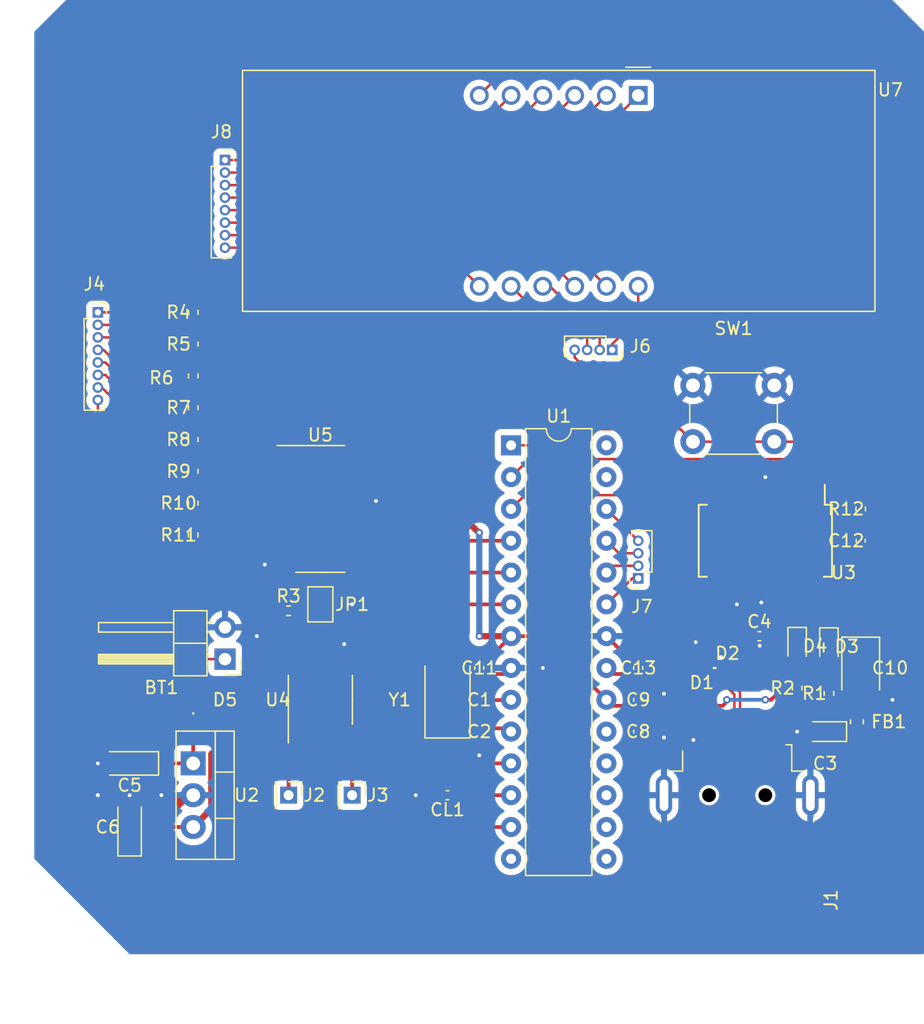
<source format=kicad_pcb>
(kicad_pcb (version 20221018) (generator pcbnew)
  (layers (0 "F.Cu" signal) (31 "B.Cu" power) (34 "B.Paste" user) (35 "F.Paste" user) (36 "B.SilkS" user "B.Silkscreen") (37 "F.SilkS" user "F.Silkscreen") (38 "B.Mask" user) (39 "F.Mask" user) (44 "Edge.Cuts" user))
  (net 0 "")
  (net 1 "Net-(BT1-+)")
  (net 2 "GND")
  (net 3 "Net-(U1-XTAL1{slash}PB6)")
  (net 4 "/XTAL2")
  (net 5 "Net-(J1-VBUS)")
  (net 6 "Net-(U3-3V3OUT)")
  (net 7 "Net-(D5-K)")
  (net 8 "+5V")
  (net 9 "DTR")
  (net 10 "/RST")
  (net 11 "Net-(U1-AREF)")
  (net 12 "VIOUT")
  (net 13 "Net-(D3-K)")
  (net 14 "Net-(D3-A)")
  (net 15 "Net-(D4-K)")
  (net 16 "Net-(D4-A)")
  (net 17 "Net-(J2-Pin_1)")
  (net 18 "Net-(J3-Pin_1)")
  (net 19 "BW_SEL")
  (net 20 "Net-(J4-Pin_1)")
  (net 21 "Net-(U5-QA)")
  (net 22 "Net-(J4-Pin_2)")
  (net 23 "Net-(U5-QB)")
  (net 24 "Net-(J4-Pin_3)")
  (net 25 "Net-(U5-QC)")
  (net 26 "Net-(J4-Pin_4)")
  (net 27 "Net-(U5-QD)")
  (net 28 "Net-(J4-Pin_5)")
  (net 29 "Net-(U5-QE)")
  (net 30 "Net-(J4-Pin_6)")
  (net 31 "Net-(U5-QF)")
  (net 32 "Net-(J4-Pin_7)")
  (net 33 "Net-(U5-QG)")
  (net 34 "Net-(J4-Pin_8)")
  (net 35 "Net-(U5-QH)")
  (net 36 "TX")
  (net 37 "RX")
  (net 38 "/SER")
  (net 39 "/SRCLK")
  (net 40 "/RCLK")
  (net 55 "/USB_P")
  (net 56 "/USB_N")
  (net 57 "Net-(J6-Pin_1)")
  (net 58 "Net-(J6-Pin_2)")
  (net 59 "Net-(J6-Pin_3)")
  (net 60 "Net-(J6-Pin_4)")
  (net 61 "Net-(J7-Pin_1)")
  (net 62 "Net-(J7-Pin_2)")
  (net 63 "Net-(J7-Pin_3)")
  (net 64 "Net-(J7-Pin_4)")
  (net 71 "Net-(J8-Pin_1)")
  (net 72 "Net-(U7-c)")
  (net 73 "Net-(J8-Pin_3)")
  (net 74 "Net-(U7-d)")
  (net 75 "Net-(J8-Pin_5)")
  (net 76 "Net-(J8-Pin_6)")
  (net 77 "Net-(J8-Pin_7)")
  (net 78 "Net-(J8-Pin_8)")
  (footprint "Crystal:Crystal_SMD_5032-2Pin_5.0x3.2mm" (layer "F.Cu") (at 134.62 111.76 90)
    (fp_text reference "Y1")
    (fp_text value "16MHz")
  )
  (footprint "Resistor_SMD:R_0402_1005Metric" (layer "F.Cu") (at 121.92 104.65)
    (fp_text reference "R3")
    (fp_text value "4.7k")
  )
  (footprint "Display_7Segment:CA56-12CGKWA" (layer "F.Cu") (at 149.86 63.5 -90)
    (fp_text reference "U7")
    (fp_text value "CA56-12CGKWA")
  )
  (footprint "Capacitor_SMD:C_0201_0603Metric" (layer "F.Cu") (at 137.16 112.105 90)
    (fp_text reference "C1")
    (fp_text value "22pF")
  )
  (footprint "Resistor_SMD:R_0402_1005Metric" (layer "F.Cu") (at 114.3 88.44 90)
    (fp_text reference "R7")
    (fp_text value "560")
  )
  (footprint "Capacitor_Tantalum_SMD:CP_EIA-3216-10_Kemet-I" (layer "F.Cu") (at 109.22 121.92 90)
    (fp_text reference "C6")
    (fp_text value "100nF")
  )
  (footprint "Diode_SMD:D_0402_1005Metric" (layer "F.Cu") (at 156.995 109.22)
    (fp_text reference "D2")
    (fp_text value "~")
  )
  (footprint "Capacitor_SMD:C_0402_1005Metric" (layer "F.Cu") (at 149.86 111.76 90)
    (fp_text reference "C9")
    (fp_text value "100nF")
  )
  (footprint "Package_DIP:DIP-28_W7.62mm" (layer "F.Cu") (at 139.7 91.44)
    (fp_text reference "U1")
    (fp_text value "ATmega328-P")
  )
  (footprint "Package_SO:SOIC-8_3.9x4.9mm_P1.27mm" (layer "F.Cu") (at 124.46 111.76 90)
    (fp_text reference "U4")
    (fp_text value "ACS723xLCTR-10AU")
  )
  (footprint "Capacitor_Tantalum_SMD:CP_EIA-3216-12_Kemet-S" (layer "F.Cu") (at 109.22 116.84 180)
    (fp_text reference "C5")
    (fp_text value "330nF")
  )
  (footprint "Connector_PinSocket_1.00mm:PinSocket_1x08_P1.00mm_Vertical" (layer "F.Cu") (at 106.68 80.82)
    (fp_text reference "J4")
    (fp_text value "Conn_01x08_Socket")
  )
  (footprint "Capacitor_Tantalum_SMD:CP_EIA-3528-12_Kemet-T" (layer "F.Cu") (at 167.64 109.22 -90)
    (fp_text reference "C10")
    (fp_text value "4.7uF")
  )
  (footprint "Capacitor_SMD:C_0402_1005Metric" (layer "F.Cu") (at 149.86 109.22 90)
    (fp_text reference "C13")
    (fp_text value "100nF")
  )
  (footprint "Capacitor_SMD:C_0402_1005Metric" (layer "F.Cu") (at 137.16 109.22 -90)
    (fp_text reference "C11")
    (fp_text value "100nF")
  )
  (footprint "LED_SMD:LED_0603_1608Metric" (layer "F.Cu") (at 162.56 107.4675 -90)
    (fp_text reference "D4")
    (fp_text value "LED")
  )
  (footprint "Resistor_SMD:R_0402_1005Metric" (layer "F.Cu") (at 167.64 96.52 90)
    (fp_text reference "R12")
    (fp_text value "10k")
  )
  (footprint "Diode_SMD:D_0402_1005Metric" (layer "F.Cu") (at 114.3 111.76 90)
    (fp_text reference "D5")
    (fp_text value "D")
  )
  (footprint "Resistor_SMD:R_0402_1005Metric" (layer "F.Cu") (at 114.3 93.52 90)
    (fp_text reference "R9")
    (fp_text value "560")
  )
  (footprint "Connector_PinSocket_1.00mm:PinSocket_1x04_P1.00mm_Vertical" (layer "F.Cu") (at 147.78 83.82 -90)
    (fp_text reference "J6")
    (fp_text value "Conn_01x04_Socket")
  )
  (footprint "Diode_SMD:D_0402_1005Metric" (layer "F.Cu") (at 154.94 109.22 180)
    (fp_text reference "D1")
    (fp_text value "~")
  )
  (footprint "Capacitor_SMD:C_0402_1005Metric" (layer "F.Cu") (at 149.86 114.3 -90)
    (fp_text reference "C8")
    (fp_text value "100nF")
  )
  (footprint "Package_SO:SOIC-16_3.9x9.9mm_P1.27mm" (layer "F.Cu") (at 124.46 96.52)
    (fp_text reference "U5")
    (fp_text value "74HC595")
  )
  (footprint "Connector_USB:USB_A_Molex_48037-2200_Horizontal" (layer "F.Cu") (at 157.77 127.755 -90)
    (fp_text reference "J1")
    (fp_text value "USB_A")
  )
  (footprint "Resistor_SMD:R_0402_1005Metric" (layer "F.Cu") (at 114.3 96.06 90)
    (fp_text reference "R10")
    (fp_text value "560")
  )
  (footprint "Resistor_SMD:R_0402_1005Metric" (layer "F.Cu") (at 114.3 98.6 90)
    (fp_text reference "R11")
    (fp_text value "560")
  )
  (footprint "Connector_PinHeader_2.00mm:PinHeader_1x01_P2.00mm_Vertical" (layer "F.Cu") (at 127 119.38 -90)
    (fp_text reference "J3")
    (fp_text value "Conn_01x01_Pin")
  )
  (footprint "Resistor_SMD:R_0402_1005Metric" (layer "F.Cu") (at 114.3 90.98 90)
    (fp_text reference "R8")
    (fp_text value "560")
  )
  (footprint "Capacitor_Tantalum_SMD:CP_EIA-2012-12_Kemet-R" (layer "F.Cu") (at 164.8 114.3 180)
    (fp_text reference "C3")
    (fp_text value "10nF")
  )
  (footprint "Jumper:SolderJumper-2_P1.3mm_Bridged2Bar_Pad1.0x1.5mm" (layer "F.Cu") (at 124.46 104.14 -90)
    (fp_text reference "JP1")
    (fp_text value "Jumper_2_Open")
  )
  (footprint "Capacitor_SMD:C_0201_0603Metric" (layer "F.Cu") (at 137.16 114.3 90)
    (fp_text reference "C2")
    (fp_text value "22pF")
  )
  (footprint "Connector_PinSocket_1.00mm:PinSocket_1x08_P1.00mm_Vertical" (layer "F.Cu") (at 116.84 68.66)
    (fp_text reference "J8")
    (fp_text value "Conn_01x08_Socket")
  )
  (footprint "Capacitor_SMD:C_0402_1005Metric" (layer "F.Cu") (at 167.64 99.06 90)
    (fp_text reference "C12")
    (fp_text value "100nF")
  )
  (footprint "Connector_PinSocket_1.00mm:PinSocket_1x04_P1.00mm_Vertical" (layer "F.Cu") (at 149.86 102.06 180)
    (fp_text reference "J7")
    (fp_text value "Conn_01x04_Socket")
  )
  (footprint "Connector_PinHeader_2.00mm:PinHeader_1x01_P2.00mm_Vertical" (layer "F.Cu") (at 121.92 119.38 -90)
    (fp_text reference "J2")
    (fp_text value "Conn_01x01_Pin")
  )
  (footprint "Package_SO:SSOP-28_5.3x10.2mm_P0.65mm" (layer "F.Cu") (at 160.02 99.06 -90)
    (fp_text reference "U3")
    (fp_text value "FT232RL")
  )
  (footprint "Resistor_SMD:R_0402_1005Metric" (layer "F.Cu") (at 114.3 85.9 90)
    (fp_text reference "R6")
    (fp_text value "560")
  )
  (footprint "LED_SMD:LED_0603_1608Metric" (layer "F.Cu") (at 165.1 107.4975 -90)
    (fp_text reference "D3")
    (fp_text value "LED")
  )
  (footprint "Button_Switch_THT:SW_PUSH_6mm" (layer "F.Cu") (at 154.23 86.65)
    (fp_text reference "SW1")
    (fp_text value "Reset")
  )
  (footprint "Inductor_SMD:L_0603_1608Metric" (layer "F.Cu") (at 167.34 113.5125 90)
    (fp_text reference "FB1")
    (fp_text value "FerriteBead")
  )
  (footprint "Resistor_SMD:R_0402_1005Metric" (layer "F.Cu") (at 114.3 83.36 90)
    (fp_text reference "R5")
    (fp_text value "560")
  )
  (footprint "Connector_PinHeader_2.54mm:PinHeader_1x02_P2.54mm_Horizontal" (layer "F.Cu") (at 116.84 108.515 180)
    (fp_text reference "BT1")
    (fp_text value "9V")
  )
  (footprint "Resistor_SMD:R_0402_1005Metric" (layer "F.Cu") (at 162.56 110.825 90)
    (fp_text reference "R2")
    (fp_text value "470")
  )
  (footprint "Capacitor_SMD:C_0402_1005Metric" (layer "F.Cu") (at 159.54 106.68)
    (fp_text reference "C4")
    (fp_text value "100nF")
  )
  (footprint "Capacitor_SMD:C_0402_1005Metric" (layer "F.Cu") (at 134.62 119.38 180)
    (fp_text reference "CL1")
    (fp_text value "1nF")
  )
  (footprint "Package_TO_SOT_THT:TO-220-3_Vertical" (layer "F.Cu") (at 114.3 116.84 -90)
    (fp_text reference "U2")
    (fp_text value "LM7805_TO220")
  )
  (footprint "Resistor_SMD:R_0402_1005Metric" (layer "F.Cu") (at 114.3 80.82 90)
    (fp_text reference "R4")
    (fp_text value "560")
  )
  (footprint "Resistor_SMD:R_0402_1005Metric" (layer "F.Cu") (at 165.1 111.25 90)
    (fp_text reference "R1")
    (fp_text value "470")
  )
  (segment (start 115.005 108.515) (end 116.84 108.515) (width 0.2) (layer "F.Cu") (net 1))
  (segment (start 114.3 111.275) (end 114.3 109.22) (width 0.2) (layer "F.Cu") (net 1))
  (segment (start 114.3 109.22) (end 115.005 108.515) (width 0.2) (layer "F.Cu") (net 1))
  (segment (start 157.745 103.99) (end 157.595 104.14) (width 0.3) (layer "F.Cu") (net 2))
  (segment (start 149.86 114.78) (end 151.92 114.78) (width 0.5) (layer "F.Cu") (net 2))
  (segment (start 160.345 95.46) (end 160.345 94.305) (width 0.3) (layer "F.Cu") (net 2))
  (segment (start 139.7 109.22) (end 142.24 109.22) (width 0.3) (layer "F.Cu") (net 2))
  (segment (start 157.745 102.66) (end 157.745 103.99) (width 0.3) (layer "F.Cu") (net 2))
  (segment (start 137.16 112.425) (end 137.16 113.343604) (width 0.2) (layer "F.Cu") (net 2))
  (segment (start 116.84 105.975) (end 118.675 105.975) (width 0.5) (layer "F.Cu") (net 2))
  (segment (start 156.474501 108.357183) (end 156.484753 108.346931) (width 0.5) (layer "F.Cu") (net 2))
  (segment (start 159.695 102.66) (end 159.695 103.99) (width 0.3) (layer "F.Cu") (net 2))
  (segment (start 149.38 108.74) (end 149.86 108.74) (width 0.3) (layer "F.Cu") (net 2))
  (segment (start 157.48 108.900001) (end 156.937182 108.357183) (width 0.5) (layer "F.Cu") (net 2))
  (segment (start 157.595 104.14) (end 157.7445 104.14) (width 0.3) (layer "F.Cu") (net 2))
  (segment (start 154.455 107.1) (end 154.455 107.165) (width 0.5) (layer "F.Cu") (net 2))
  (segment (start 137.16 114.62) (end 137.16 116.203604) (width 0.2) (layer "F.Cu") (net 2))
  (segment (start 160.02 106.989999) (end 159.569999 107.44) (width 0.5) (layer "F.Cu") (net 2))
  (segment (start 163.9125 114.3) (end 162.56 114.3) (width 0.5) (layer "F.Cu") (net 2))
  (segment (start 137.16 116.203604) (end 137.16 116.1905) (width 0.2) (layer "F.Cu") (net 2))
  (segment (start 121.985 100.965) (end 120.015 100.965) (width 0.5) (layer "F.Cu") (net 2))
  (segment (start 126.935 95.885) (end 128.905 95.885) (width 0.5) (layer "F.Cu") (net 2))
  (segment (start 154.455 109.22) (end 154.455 107.165) (width 0.5) (layer "F.Cu") (net 2))
  (segment (start 169.1775 110.7575) (end 170.18 111.76) (width 0.5) (layer "F.Cu") (net 2))
  (segment (start 160.345 94.305) (end 160.02 93.98) (width 0.3) (layer "F.Cu") (net 2))
  (segment (start 139.22 109.7) (end 137.16 109.7) (width 0.3) (layer "F.Cu") (net 2))
  (segment (start 126.35 103.49) (end 127 104.14) (width 0.5) (layer "F.Cu") (net 2))
  (segment (start 157.48 109.22) (end 157.48 108.900001) (width 0.5) (layer "F.Cu") (net 2))
  (segment (start 154.27 116.78) (end 154.27 114.97) (width 0.5) (layer "F.Cu") (net 2))
  (segment (start 139.7 109.22) (end 139.22 109.7) (width 0.3) (layer "F.Cu") (net 2))
  (segment (start 124.46 103.49) (end 126.35 103.49) (width 0.5) (layer "F.Cu") (net 2))
  (segment (start 147.32 106.68) (end 149.38 108.74) (width 0.3) (layer "F.Cu") (net 2))
  (segment (start 167.64 110.7575) (end 169.1775 110.7575) (width 0.5) (layer "F.Cu") (net 2))
  (segment (start 149.86 111.28) (end 151.92 111.28) (width 0.5) (layer "F.Cu") (net 2))
  (segment (start 118.675 105.975) (end 119.38 106.68) (width 0.5) (layer "F.Cu") (net 2))
  (segment (start 134.14 119.38) (end 132.08 119.38) (width 0.5) (layer "F.Cu") (net 2))
  (segment (start 126.365 109.285) (end 126.365 107.315) (width 0.5) (layer "F.Cu") (net 2))
  (segment (start 160.02 106.68) (end 160.02 106.989999) (width 0.5) (layer "F.Cu") (net 2))
  (segment (start 156.937182 108.357183) (end 156.474501 108.357183) (width 0.5) (layer "F.Cu") (net 2))
  (via (at 159.569999 107.44) (size 0.6) (drill 0.3) (layers "F.Cu" "B.Cu") (net 2))
  (via (at 106.68 116.84) (size 0.6) (drill 0.3) (layers "F.Cu" "B.Cu") (net 2))
  (via (at 127 104.14) (size 0.6) (drill 0.3) (layers "F.Cu" "B.Cu") (net 2))
  (via (at 151.92 114.78) (size 0.6) (drill 0.3) (layers "F.Cu" "B.Cu") (net 2))
  (via (at 126.365 107.315) (size 0.6) (drill 0.3) (layers "F.Cu" "B.Cu") (net 2))
  (via (at 119.38 106.68) (size 0.6) (drill 0.3) (layers "F.Cu" "B.Cu") (net 2))
  (via (at 154.455 107.165) (size 0.6) (drill 0.3) (layers "F.Cu" "B.Cu") (net 2))
  (via (at 106.68 119.38) (size 0.6) (drill 0.3) (layers "F.Cu" "B.Cu") (net 2))
  (via (at 157.7445 104.14) (size 0.6) (drill 0.3) (layers "F.Cu" "B.Cu") (net 2))
  (via (at 170.18 111.76) (size 0.6) (drill 0.3) (layers "F.Cu" "B.Cu") (net 2))
  (via (at 154.27 114.97) (size 0.6) (drill 0.3) (layers "F.Cu" "B.Cu") (net 2))
  (via (at 162.56 114.3) (size 0.6) (drill 0.3) (layers "F.Cu" "B.Cu") (net 2))
  (via (at 132.08 119.38) (size 0.6) (drill 0.3) (layers "F.Cu" "B.Cu") (net 2))
  (via (at 106.68 119.38) (size 0.6) (drill 0.3) (layers "F.Cu" "B.Cu") (net 2))
  (via (at 151.92 111.28) (size 0.6) (drill 0.3) (layers "F.Cu" "B.Cu") (net 2))
  (via (at 109.22 119.38) (size 0.6) (drill 0.3) (layers "F.Cu" "B.Cu") (net 2))
  (via (at 106.68 119.38) (size 0.6) (drill 0.3) (layers "F.Cu" "B.Cu") (net 2))
  (via (at 137.16 116.1905) (size 0.6) (drill 0.3) (layers "F.Cu" "B.Cu") (net 2))
  (via (at 160.02 93.98) (size 0.6) (drill 0.3) (layers "F.Cu" "B.Cu") (net 2))
  (via (at 120.015 100.965) (size 0.6) (drill 0.3) (layers "F.Cu" "B.Cu") (net 2))
  (via (at 111.76 119.38) (size 0.6) (drill 0.3) (layers "F.Cu" "B.Cu") (net 2))
  (via (at 159.695 103.99) (size 0.6) (drill 0.3) (layers "F.Cu" "B.Cu") (net 2))
  (via (at 142.24 109.22) (size 0.6) (drill 0.3) (layers "F.Cu" "B.Cu") (net 2))
  (via (at 156.484753 108.346931) (size 0.6) (drill 0.3) (layers "F.Cu" "B.Cu") (net 2))
  (via (at 106.68 119.38) (size 0.6) (drill 0.3) (layers "F.Cu" "B.Cu") (net 2))
  (via (at 128.905 95.885) (size 0.6) (drill 0.3) (layers "F.Cu" "B.Cu") (net 2))
  (segment (start 136.495 111.785) (end 137.16 111.785) (width 0.3) (layer "F.Cu") (net 3))
  (segment (start 134.62 109.91) (end 136.495 111.785) (width 0.3) (layer "F.Cu") (net 3))
  (segment (start 137.16 111.785) (end 139.675 111.785) (width 0.3) (layer "F.Cu") (net 3))
  (segment (start 139.675 111.785) (end 139.7 111.76) (width 0.3) (layer "F.Cu") (net 3))
  (segment (start 134.62 113.61) (end 136.79 113.61) (width 0.3) (layer "F.Cu") (net 4))
  (segment (start 136.79 113.61) (end 137.16 113.98) (width 0.3) (layer "F.Cu") (net 4))
  (segment (start 139.44 114.04) (end 137.16 114.04) (width 0.3) (layer "F.Cu") (net 4))
  (segment (start 139.7 114.3) (end 139.44 114.04) (width 0.3) (layer "F.Cu") (net 4))
  (segment (start 161.27 116.78) (end 163.2075 116.78) (width 0.3) (layer "F.Cu") (net 5))
  (segment (start 163.2075 116.78) (end 165.6875 114.3) (width 0.3) (layer "F.Cu") (net 5))
  (segment (start 165.6875 114.3) (end 167.34 114.3) (width 0.3) (layer "F.Cu") (net 5))
  (segment (start 157.095 102.66) (end 157.095 104.715) (width 0.3) (layer "F.Cu") (net 6))
  (segment (start 157.095 104.715) (end 159.06 106.68) (width 0.3) (layer "F.Cu") (net 6))
  (segment (start 114.3 112.245) (end 114.3 116.84) (width 0.3) (layer "F.Cu") (net 7))
  (segment (start 110.57 116.84) (end 114.3 116.84) (width 0.3) (layer "F.Cu") (net 7))
  (segment (start 126.935 99.695) (end 125.960001 99.695) (width 0.5) (layer "F.Cu") (net 8))
  (segment (start 168.4 104.14) (end 168.4 106.9225) (width 0.5) (layer "F.Cu") (net 8))
  (segment (start 159.045 104.259239) (end 161.735 106.949239) (width 0.3) (layer "F.Cu") (net 8))
  (segment (start 110.41 123.27) (end 109.22 123.27) (width 0.3) (layer "F.Cu") (net 8))
  (segment (start 162.56 111.335) (end 162.985 111.76) (width 0.5) (layer "F.Cu") (net 8))
  (segment (start 161.735 106.949239) (end 161.735 110.51) (width 0.3) (layer "F.Cu") (net 8))
  (segment (start 126.935 92.075) (end 130.775 92.075) (width 0.5) (layer "F.Cu") (net 8))
  (segment (start 149.86 112.24) (end 156.615 112.24) (width 0.3) (layer "F.Cu") (net 8))
  (segment (start 149.86 112.24) (end 149.86 113.82) (width 0.3) (layer "F.Cu") (net 8))
  (segment (start 147.32 111.76) (end 147.8 112.24) (width 0.3) (layer "F.Cu") (net 8))
  (segment (start 125.960001 99.695) (end 121.41 104.245001) (width 0.5) (layer "F.Cu") (net 8))
  (segment (start 167.64 97.03) (end 168.4 97.79) (width 0.5) (layer "F.Cu") (net 8))
  (segment (start 147.8 112.24) (end 149.86 112.24) (width 0.3) (layer "F.Cu") (net 8))
  (segment (start 111.76 121.92) (end 110.41 123.27) (width 0.3) (layer "F.Cu") (net 8))
  (segment (start 121.41 104.65) (end 121.41 108.14) (width 0.5) (layer "F.Cu") (net 8))
  (segment (start 137.64 108.74) (end 139.7 106.68) (width 0.3) (layer "F.Cu") (net 8))
  (segment (start 121.41 108.14) (end 122.555 109.285) (width 0.5) (layer "F.Cu") (net 8))
  (segment (start 115.75 120.47) (end 114.3 121.92) (width 0.5) (layer "F.Cu") (net 8))
  (segment (start 165.87 109.4525) (end 165.87 111.309999) (width 0.5) (layer "F.Cu") (net 8))
  (segment (start 156.615 112.24) (end 157.095 111.76) (width 0.3) (layer "F.Cu") (net 8))
  (segment (start 165.87 111.309999) (end 165.419999 111.76) (width 0.5) (layer "F.Cu") (net 8))
  (segment (start 136.68 108.74) (end 137.16 108.74) (width 0.5) (layer "F.Cu") (net 8))
  (segment (start 161.735 110.51) (end 162.56 111.335) (width 0.3) (layer "F.Cu") (net 8))
  (segment (start 137.16 108.74) (end 137.64 108.74) (width 0.3) (layer "F.Cu") (net 8))
  (segment (start 121.41 104.245001) (end 121.41 104.65) (width 0.5) (layer "F.Cu") (net 8))
  (segment (start 162.295 98.035) (end 168.4 104.14) (width 0.3) (layer "F.Cu") (net 8))
  (segment (start 166.065 112.725) (end 167.34 112.725) (width 0.5) (layer "F.Cu") (net 8))
  (segment (start 126.935 99.695) (end 127.635 99.695) (width 0.5) (layer "F.Cu") (net 8))
  (segment (start 159.045 102.66) (end 159.045 104.259239) (width 0.3) (layer "F.Cu") (net 8))
  (segment (start 130.775 92.075) (end 137.16 98.46) (width 0.5) (layer "F.Cu") (net 8))
  (segment (start 122.555 109.285) (end 115.75 116.09) (width 0.5) (layer "F.Cu") (net 8))
  (segment (start 168.4 97.79) (end 168.4 104.14) (width 0.5) (layer "F.Cu") (net 8))
  (segment (start 165.1 111.76) (end 166.065 112.725) (width 0.5) (layer "F.Cu") (net 8))
  (segment (start 160.02 111.76) (end 160.485 111.76) (width 0.3) (layer "F.Cu") (net 8))
  (segment (start 139.7 106.68) (end 142.24 106.68) (width 0.3) (layer "F.Cu") (net 8))
  (segment (start 115.75 116.09) (end 115.75 120.47) (width 0.5) (layer "F.Cu") (net 8))
  (segment (start 160.485 111.76) (end 161.735 110.51) (width 0.3) (layer "F.Cu") (net 8))
  (segment (start 142.24 106.68) (end 147.32 111.76) (width 0.3) (layer "F.Cu") (net 8))
  (segment (start 137.16 98.46) (end 137.16 98.4105) (width 0.5) (layer "F.Cu") (net 8))
  (segment (start 165.419999 111.76) (end 165.1 111.76) (width 0.5) (layer "F.Cu") (net 8))
  (segment (start 157.095 111.76) (end 156.9455 111.76) (width 0.3) (layer "F.Cu") (net 8))
  (segment (start 167.64 107.6825) (end 165.87 109.4525) (width 0.5) (layer "F.Cu") (net 8))
  (segment (start 168.4 106.9225) (end 167.64 107.6825) (width 0.5) (layer "F.Cu") (net 8))
  (segment (start 162.985 111.76) (end 165.1 111.76) (width 0.5) (layer "F.Cu") (net 8))
  (segment (start 127.635 99.695) (end 136.68 108.74) (width 0.5) (layer "F.Cu") (net 8))
  (segment (start 162.295 95.46) (end 162.295 98.035) (width 0.3) (layer "F.Cu") (net 8))
  (segment (start 114.3 121.92) (end 111.76 121.92) (width 0.3) (layer "F.Cu") (net 8))
  (segment (start 137.16 106.68) (end 139.7 106.68) (width 0.5) (layer "F.Cu") (net 8))
  (via (at 160.02 111.76) (size 0.6) (drill 0.3) (layers "F.Cu" "B.Cu") (net 8))
  (via (at 137.16 106.68) (size 0.6) (drill 0.3) (layers "F.Cu" "B.Cu") (net 8))
  (via (at 156.9455 111.76) (size 0.6) (drill 0.3) (layers "F.Cu" "B.Cu") (net 8))
  (via (at 137.16 98.4105) (size 0.6) (drill 0.3) (layers "F.Cu" "B.Cu") (net 8))
  (segment (start 137.16 98.4105) (end 137.16 106.68) (width 0.5) (layer "B.Cu") (net 8))
  (segment (start 156.9455 111.76) (end 160.02 111.76) (width 0.3) (layer "B.Cu") (net 8))
  (segment (start 163.595 96.635) (end 166.5 99.54) (width 0.3) (layer "F.Cu") (net 9))
  (segment (start 166.5 99.54) (end 167.64 99.54) (width 0.3) (layer "F.Cu") (net 9))
  (segment (start 163.595 95.46) (end 163.595 96.635) (width 0.3) (layer "F.Cu") (net 9))
  (segment (start 154.23 91.15) (end 160.73 91.15) (width 0.2) (layer "F.Cu") (net 10))
  (segment (start 160.73 91.15) (end 162.78 91.15) (width 0.2) (layer "F.Cu") (net 10))
  (segment (start 166.97 97.91) (end 166.97 96.68) (width 0.3) (layer "F.Cu") (net 10))
  (segment (start 143.53 90.15) (end 142.24 91.44) (width 0.2) (layer "F.Cu") (net 10))
  (segment (start 153.23 90.15) (end 143.53 90.15) (width 0.2) (layer "F.Cu") (net 10))
  (segment (start 166.97 96.68) (end 167.64 96.01) (width 0.3) (layer "F.Cu") (net 10))
  (segment (start 167.64 98.58) (end 166.97 97.91) (width 0.3) (layer "F.Cu") (net 10))
  (segment (start 154.23 91.15) (end 153.23 90.15) (width 0.2) (layer "F.Cu") (net 10))
  (segment (start 142.24 91.44) (end 139.7 91.44) (width 0.2) (layer "F.Cu") (net 10))
  (segment (start 162.78 91.15) (end 167.64 96.01) (width 0.2) (layer "F.Cu") (net 10))
  (segment (start 147.32 109.22) (end 147.8 109.7) (width 0.3) (layer "F.Cu") (net 11))
  (segment (start 147.8 109.7) (end 149.86 109.7) (width 0.3) (layer "F.Cu") (net 11))
  (segment (start 135.1 119.38) (end 139.7 119.38) (width 0.3) (layer "F.Cu") (net 12))
  (segment (start 137.16 116.84) (end 135.1 118.9) (width 0.3) (layer "F.Cu") (net 12))
  (segment (start 139.7 121.92) (end 137.16 121.92) (width 0.3) (layer "F.Cu") (net 12))
  (segment (start 123.825 109.285) (end 123.825 110.259999) (width 0.3) (layer "F.Cu") (net 12))
  (segment (start 135.1 119.86) (end 135.1 119.38) (width 0.3) (layer "F.Cu") (net 12))
  (segment (start 127.789999 111.76) (end 135.1 119.070001) (width 0.3) (layer "F.Cu") (net 12))
  (segment (start 135.1 118.9) (end 135.1 119.38) (width 0.3) (layer "F.Cu") (net 12))
  (segment (start 125.325001 111.76) (end 127.789999 111.76) (width 0.3) (layer "F.Cu") (net 12))
  (segment (start 135.1 119.070001) (end 135.1 119.38) (width 0.3) (layer "F.Cu") (net 12))
  (segment (start 139.7 116.84) (end 137.16 116.84) (width 0.3) (layer "F.Cu") (net 12))
  (segment (start 123.825 110.259999) (end 125.325001 111.76) (width 0.3) (layer "F.Cu") (net 12))
  (segment (start 137.16 121.92) (end 135.1 119.86) (width 0.3) (layer "F.Cu") (net 12))
  (segment (start 160.995 102.66) (end 160.995 103.835) (width 0.3) (layer "F.Cu") (net 13))
  (segment (start 161.3 104.14) (end 162.53 104.14) (width 0.3) (layer "F.Cu") (net 13))
  (segment (start 162.53 104.14) (end 165.1 106.71) (width 0.3) (layer "F.Cu") (net 13))
  (segment (start 160.995 103.835) (end 161.3 104.14) (width 0.3) (layer "F.Cu") (net 13))
  (segment (start 165.1 108.285) (end 165.1 110.74) (width 0.3) (layer "F.Cu") (net 14))
  (segment (start 160.345 104.465) (end 162.56 106.68) (width 0.3) (layer "F.Cu") (net 15))
  (segment (start 160.345 102.66) (end 160.345 104.465) (width 0.3) (layer "F.Cu") (net 15))
  (segment (start 162.56 108.255) (end 162.56 110.315) (width 0.3) (layer "F.Cu") (net 16))
  (segment (start 122.555 116.205) (end 122.555 114.235) (width 0.3) (layer "F.Cu") (net 17))
  (segment (start 121.92 116.84) (end 122.555 116.205) (width 0.3) (layer "F.Cu") (net 17))
  (segment (start 122.555 114.235) (end 123.825 114.235) (width 0.3) (layer "F.Cu") (net 17))
  (segment (start 121.92 119.38) (end 121.92 116.84) (width 0.3) (layer "F.Cu") (net 17))
  (segment (start 127 116.84) (end 127 119.38) (width 0.3) (layer "F.Cu") (net 18))
  (segment (start 125.095 114.235) (end 126.365 114.235) (width 0.3) (layer "F.Cu") (net 18))
  (segment (start 126.365 114.235) (end 126.365 116.205) (width 0.3) (layer "F.Cu") (net 18))
  (segment (start 126.365 116.205) (end 127 116.84) (width 0.3) (layer "F.Cu") (net 18))
  (segment (start 124.32 104.65) (end 124.46 104.79) (width 0.3) (layer "F.Cu") (net 19))
  (segment (start 124.46 106.68) (end 124.46 104.79) (width 0.3) (layer "F.Cu") (net 19))
  (segment (start 125.095 107.315) (end 124.46 106.68) (width 0.3) (layer "F.Cu") (net 19))
  (segment (start 125.095 109.285) (end 125.095 107.315) (width 0.3) (layer "F.Cu") (net 19))
  (segment (start 122.43 104.65) (end 124.32 104.65) (width 0.3) (layer "F.Cu") (net 19))
  (segment (start 106.68 80.82) (end 111.76 80.82) (width 0.2) (layer "F.Cu") (net 20))
  (segment (start 111.76 80.82) (end 112.27 81.33) (width 0.2) (layer "F.Cu") (net 20))
  (segment (start 112.27 81.33) (end 114.3 81.33) (width 0.2) (layer "F.Cu") (net 20))
  (segment (start 126.365 93.345) (end 126.935 93.345) (width 0.2) (layer "F.Cu") (net 21))
  (segment (start 124.46 91.44) (end 126.365 93.345) (width 0.2) (layer "F.Cu") (net 21))
  (segment (start 124.46 90.47) (end 124.46 91.44) (width 0.2) (layer "F.Cu") (net 21))
  (segment (start 114.3 80.31) (end 124.46 90.47) (width 0.2) (layer "F.Cu") (net 21))
  (segment (start 110.22 81.82) (end 112.27 83.87) (width 0.2) (layer "F.Cu") (net 22))
  (segment (start 112.27 83.87) (end 114.3 83.87) (width 0.2) (layer "F.Cu") (net 22))
  (segment (start 106.68 81.82) (end 110.22 81.82) (width 0.2) (layer "F.Cu") (net 22))
  (segment (start 119.38 87.93) (end 119.38 91.44) (width 0.2) (layer "F.Cu") (net 23))
  (segment (start 120.015 92.075) (end 121.985 92.075) (width 0.2) (layer "F.Cu") (net 23))
  (segment (start 119.38 91.44) (end 120.015 92.075) (width 0.2) (layer "F.Cu") (net 23))
  (segment (start 114.3 82.85) (end 119.38 87.93) (width 0.2) (layer "F.Cu") (net 23))
  (segment (start 108.68 82.82) (end 112.27 86.41) (width 0.2) (layer "F.Cu") (net 24))
  (segment (start 106.68 82.82) (end 108.68 82.82) (width 0.2) (layer "F.Cu") (net 24))
  (segment (start 112.27 86.41) (end 114.3 86.41) (width 0.2) (layer "F.Cu") (net 24))
  (segment (start 114.3 85.39) (end 115.47 85.39) (width 0.2) (layer "F.Cu") (net 25))
  (segment (start 120.719314 93.345) (end 121.985 93.345) (width 0.2) (layer "F.Cu") (net 25))
  (segment (start 118.98 91.605686) (end 120.719314 93.345) (width 0.2) (layer "F.Cu") (net 25))
  (segment (start 118.98 88.9) (end 118.98 91.605686) (width 0.2) (layer "F.Cu") (net 25))
  (segment (start 115.47 85.39) (end 118.98 88.9) (width 0.2) (layer "F.Cu") (net 25))
  (segment (start 106.68 83.82) (end 107.14 83.82) (width 0.2) (layer "F.Cu") (net 26))
  (segment (start 107.14 83.82) (end 112.27 88.95) (width 0.2) (layer "F.Cu") (net 26))
  (segment (start 112.27 88.95) (end 114.3 88.95) (width 0.2) (layer "F.Cu") (net 26))
  (segment (start 120.015 94.615) (end 121.985 94.615) (width 0.2) (layer "F.Cu") (net 27))
  (segment (start 119.38 93.01) (end 119.38 93.98) (width 0.2) (layer "F.Cu") (net 27))
  (segment (start 114.3 87.93) (end 119.38 93.01) (width 0.2) (layer "F.Cu") (net 27))
  (segment (start 119.38 93.98) (end 120.015 94.615) (width 0.2) (layer "F.Cu") (net 27))
  (segment (start 111.76 90.98) (end 112.27 91.49) (width 0.2) (layer "F.Cu") (net 28))
  (segment (start 111.76 89.29896) (end 111.76 90.98) (width 0.2) (layer "F.Cu") (net 28))
  (segment (start 112.27 91.49) (end 114.3 91.49) (width 0.2) (layer "F.Cu") (net 28))
  (segment (start 107.28104 84.82) (end 111.76 89.29896) (width 0.2) (layer "F.Cu") (net 28))
  (segment (start 106.68 84.82) (end 107.28104 84.82) (width 0.2) (layer "F.Cu") (net 28))
  (segment (start 115.304315 90.47) (end 120.719315 95.885) (width 0.2) (layer "F.Cu") (net 29))
  (segment (start 120.719315 95.885) (end 121.985 95.885) (width 0.2) (layer "F.Cu") (net 29))
  (segment (start 114.3 90.47) (end 115.304315 90.47) (width 0.2) (layer "F.Cu") (net 29))
  (segment (start 107.28104 85.82) (end 109.22 87.75896) (width 0.2) (layer "F.Cu") (net 30))
  (segment (start 106.68 85.82) (end 107.28104 85.82) (width 0.2) (layer "F.Cu") (net 30))
  (segment (start 109.22 90.98) (end 112.27 94.03) (width 0.2) (layer "F.Cu") (net 30))
  (segment (start 109.22 87.75896) (end 109.22 90.98) (width 0.2) (layer "F.Cu") (net 30))
  (segment (start 112.27 94.03) (end 114.3 94.03) (width 0.2) (layer "F.Cu") (net 30))
  (segment (start 115.87 93.01) (end 120.015 97.155) (width 0.2) (layer "F.Cu") (net 31))
  (segment (start 120.015 97.155) (end 121.985 97.155) (width 0.2) (layer "F.Cu") (net 31))
  (segment (start 114.3 93.01) (end 115.87 93.01) (width 0.2) (layer "F.Cu") (net 31))
  (segment (start 106.68 86.82) (end 106.99 86.82) (width 0.2) (layer "F.Cu") (net 32))
  (segment (start 112.27 96.57) (end 114.3 96.57) (width 0.2) (layer "F.Cu") (net 32))
  (segment (start 106.99 86.82) (end 108.82 88.65) (width 0.2) (layer "F.Cu") (net 32))
  (segment (start 108.82 88.65) (end 108.82 93.12) (width 0.2) (layer "F.Cu") (net 32))
  (segment (start 108.82 93.12) (end 112.27 96.57) (width 0.2) (layer "F.Cu") (net 32))
  (segment (start 115.87 95.55) (end 118.745 98.425) (width 0.2) (layer "F.Cu") (net 33))
  (segment (start 114.3 95.55) (end 115.87 95.55) (width 0.2) (layer "F.Cu") (net 33))
  (segment (start 118.745 98.425) (end 121.985 98.425) (width 0.2) (layer "F.Cu") (net 33))
  (segment (start 111.76 98.6) (end 112.27 99.11) (width 0.2) (layer "F.Cu") (net 34))
  (segment (start 111.76 96.625686) (end 111.76 98.6) (width 0.2) (layer "F.Cu") (net 34))
  (segment (start 106.68 91.545686) (end 111.76 96.625686) (width 0.2) (layer "F.Cu") (net 34))
  (segment (start 106.68 87.82) (end 106.68 91.545686) (width 0.2) (layer "F.Cu") (net 34))
  (segment (start 112.27 99.11) (end 114.3 99.11) (width 0.2) (layer "F.Cu") (net 34))
  (segment (start 119.38 99.06) (end 120.015 99.695) (width 0.2) (layer "F.Cu") (net 35))
  (segment (start 120.015 99.695) (end 121.985 99.695) (width 0.2) (layer "F.Cu") (net 35))
  (segment (start 114.3 98.09) (end 115.27 99.06) (width 0.2) (layer "F.Cu") (net 35))
  (segment (start 115.27 99.06) (end 119.38 99.06) (width 0.2) (layer "F.Cu") (net 35))
  (segment (start 139.7 93.98) (end 141.14 92.54) (width 0.2) (layer "F.Cu") (net 36))
  (segment (start 164.245 94.385) (end 164.245 95.46) (width 0.2) (layer "F.Cu") (net 36))
  (segment (start 141.14 92.54) (end 162.4 92.54) (width 0.2) (layer "F.Cu") (net 36))
  (segment (start 162.4 92.54) (end 164.245 94.385) (width 0.2) (layer "F.Cu") (net 36))
  (segment (start 161.645 97.435) (end 161.645 95.46) (width 0.2) (layer "F.Cu") (net 37))
  (segment (start 153.84 95.42) (end 157.48 99.06) (width 0.2) (layer "F.Cu") (net 37))
  (segment (start 160.02 99.06) (end 161.645 97.435) (width 0.2) (layer "F.Cu") (net 37))
  (segment (start 140.8 95.42) (end 153.84 95.42) (width 0.2) (layer "F.Cu") (net 37))
  (segment (start 157.48 99.06) (end 160.02 99.06) (width 0.2) (layer "F.Cu") (net 37))
  (segment (start 139.7 96.52) (end 140.8 95.42) (width 0.2) (layer "F.Cu") (net 37))
  (segment (start 134.62 99.06) (end 139.7 99.06) (width 0.3) (layer "F.Cu") (net 38))
  (segment (start 130.175 94.615) (end 134.62 99.06) (width 0.3) (layer "F.Cu") (net 38))
  (segment (start 126.935 94.615) (end 130.175 94.615) (width 0.3) (layer "F.Cu") (net 38))
  (segment (start 134.62 104.14) (end 139.7 104.14) (width 0.3) (layer "F.Cu") (net 39))
  (segment (start 126.935 98.425) (end 128.905 98.425) (width 0.3) (layer "F.Cu") (net 39))
  (segment (start 128.905 98.425) (end 134.62 104.14) (width 0.3) (layer "F.Cu") (net 39))
  (segment (start 134.62 101.6) (end 139.7 101.6) (width 0.3) (layer "F.Cu") (net 40))
  (segment (start 126.935 97.155) (end 130.175 97.155) (width 0.3) (layer "F.Cu") (net 40))
  (segment (start 130.175 97.155) (end 134.62 101.6) (width 0.3) (layer "F.Cu") (net 40))
  (segment (start 155.425 109.22) (end 155.425 103.043603) (width 0.2) (layer "F.Cu") (net 55))
  (segment (start 155.425 103.043603) (end 155.795 102.673603) (width 0.2) (layer "F.Cu") (net 55))
  (segment (start 156.77 116.78) (end 156.77 115.279999) (width 0.2) (layer "F.Cu") (net 55))
  (segment (start 157.545 111.34) (end 155.425 109.22) (width 0.2) (layer "F.Cu") (net 55))
  (segment (start 157.545 114.504999) (end 157.545 111.34) (width 0.2) (layer "F.Cu") (net 55))
  (segment (start 156.77 115.279999) (end 157.545 114.504999) (width 0.2) (layer "F.Cu") (net 55))
  (segment (start 155.795 102.673603) (end 155.795 102.66) (width 0.2) (layer "F.Cu") (net 55))
  (segment (start 156.51 109.668603) (end 156.51 109.22) (width 0.2) (layer "F.Cu") (net 56))
  (segment (start 158.77 116.78) (end 158.77 115.279999) (width 0.2) (layer "F.Cu") (net 56))
  (segment (start 155.875001 108.585001) (end 155.875001 103.835) (width 0.2) (layer "F.Cu") (net 56))
  (segment (start 156.32 103.835) (end 156.32 102.785) (width 0.2) (layer "F.Cu") (net 56))
  (segment (start 158.77 115.279999) (end 157.995 114.504999) (width 0.2) (layer "F.Cu") (net 56))
  (segment (start 157.995 111.153603) (end 156.51 109.668603) (width 0.2) (layer "F.Cu") (net 56))
  (segment (start 157.995 114.504999) (end 157.995 111.153603) (width 0.2) (layer "F.Cu") (net 56))
  (segment (start 156.32 102.785) (end 156.445 102.66) (width 0.2) (layer "F.Cu") (net 56))
  (segment (start 155.875001 103.835) (end 156.32 103.835) (width 0.2) (layer "F.Cu") (net 56))
  (segment (start 156.51 109.22) (end 155.875001 108.585001) (width 0.2) (layer "F.Cu") (net 56))
  (segment (start 147.78 83.36) (end 147.78 83.82) (width 0.2) (layer "F.Cu") (net 57))
  (segment (start 149.86 78.74) (end 149.86 81.28) (width 0.2) (layer "F.Cu") (net 57))
  (segment (start 149.86 81.28) (end 147.78 83.36) (width 0.2) (layer "F.Cu") (net 57))
  (segment (start 142.24 78.74) (end 142.805685 78.74) (width 0.2) (layer "F.Cu") (net 58))
  (segment (start 142.805685 78.74) (end 146.78 82.714315) (width 0.2) (layer "F.Cu") (net 58))
  (segment (start 146.78 82.714315) (end 146.78 83.82) (width 0.2) (layer "F.Cu") (net 58))
  (segment (start 145.78 83.82) (end 145.78 82.28) (width 0.2) (layer "F.Cu") (net 59))
  (segment (start 142.24 81.28) (end 139.7 78.74) (width 0.2) (layer "F.Cu") (net 59))
  (segment (start 145.78 82.28) (end 144.78 81.28) (width 0.2) (layer "F.Cu") (net 59))
  (segment (start 144.78 81.28) (end 142.24 81.28) (width 0.2) (layer "F.Cu") (net 59))
  (segment (start 139.7 60.96) (end 149.86 60.96) (width 0.2) (layer "F.Cu") (net 60))
  (segment (start 146.71896 86.36) (end 144.78 84.42104) (width 0.2) (layer "F.Cu") (net 60))
  (segment (start 149.86 86.36) (end 146.71896 86.36) (width 0.2) (layer "F.Cu") (net 60))
  (segment (start 152.4 83.82) (end 149.86 86.36) (width 0.2) (layer "F.Cu") (net 60))
  (segment (start 152.4 63.5) (end 152.4 83.82) (width 0.2) (layer "F.Cu") (net 60))
  (segment (start 149.86 60.96) (end 152.4 63.5) (width 0.2) (layer "F.Cu") (net 60))
  (segment (start 144.78 84.42104) (end 144.78 83.82) (width 0.2) (layer "F.Cu") (net 60))
  (segment (start 137.16 63.5) (end 139.7 60.96) (width 0.2) (layer "F.Cu") (net 60))
  (segment (start 149.4 102.06) (end 149.86 102.06) (width 0.2) (layer "F.Cu") (net 61))
  (segment (start 147.32 104.14) (end 149.4 102.06) (width 0.2) (layer "F.Cu") (net 61))
  (segment (start 147.32 101.6) (end 147.86 101.06) (width 0.2) (layer "F.Cu") (net 62))
  (segment (start 147.86 101.06) (end 149.86 101.06) (width 0.2) (layer "F.Cu") (net 62))
  (segment (start 147.32 99.06) (end 148.32 100.06) (width 0.2) (layer "F.Cu") (net 63))
  (segment (start 148.32 100.06) (end 149.86 100.06) (width 0.2) (layer "F.Cu") (net 63))
  (segment (start 147.32 96.52) (end 149.86 99.06) (width 0.2) (layer "F.Cu") (net 64))
  (segment (start 116.84 68.66) (end 134.54 68.66) (width 0.2) (layer "F.Cu") (net 71))
  (segment (start 134.54 68.66) (end 139.7 63.5) (width 0.2) (layer "F.Cu") (net 71))
  (segment (start 136.08 69.66) (end 116.84 69.66) (width 0.2) (layer "F.Cu") (net 72))
  (segment (start 142.24 63.5) (end 136.08 69.66) (width 0.2) (layer "F.Cu") (net 72))
  (segment (start 137.62 70.66) (end 116.84 70.66) (width 0.2) (layer "F.Cu") (net 73))
  (segment (start 144.78 63.5) (end 137.62 70.66) (width 0.2) (layer "F.Cu") (net 73))
  (segment (start 139.16 71.66) (end 116.84 71.66) (width 0.2) (layer "F.Cu") (net 74))
  (segment (start 147.32 63.5) (end 139.16 71.66) (width 0.2) (layer "F.Cu") (net 74))
  (segment (start 116.84 72.66) (end 140.7 72.66) (width 0.2) (layer "F.Cu") (net 75))
  (segment (start 140.7 72.66) (end 149.86 63.5) (width 0.2) (layer "F.Cu") (net 75))
  (segment (start 116.84 73.66) (end 142.24 73.66) (width 0.2) (layer "F.Cu") (net 76))
  (segment (start 142.24 73.66) (end 147.32 78.74) (width 0.2) (layer "F.Cu") (net 76))
  (segment (start 116.84 74.66) (end 140.7 74.66) (width 0.2) (layer "F.Cu") (net 77))
  (segment (start 140.7 74.66) (end 144.78 78.74) (width 0.2) (layer "F.Cu") (net 77))
  (segment (start 134.08 75.66) (end 137.16 78.74) (width 0.2) (layer "F.Cu") (net 78))
  (segment (start 116.84 75.66) (end 134.08 75.66) (width 0.2) (layer "F.Cu") (net 78))
  (zone (net 2) (net_name "GND") (layer "F.Cu") (priority 1) (connect_pads yes (clearance 0.3)) (min_thickness 0.25) (fill yes (thermal_gap 0.5) (thermal_bridge_width 0.5))
    (polygon (pts (xy 106.68 119.38) (xy 109.22 121.92) (xy 111.76 121.92) (xy 114.3 119.38) (xy 109.22 119.38) (xy 109.22 114.3) (xy 106.68 114.3)))
  )
  (zone (net 2) (net_name "GND") (layer "B.Cu") (connect_pads (clearance 0.5)) (min_thickness 0.25) (fill yes (thermal_gap 0.5) (thermal_bridge_width 0.5))
    (polygon (pts (xy 101.6 58.42) (xy 101.6 124.46) (xy 109.22 132.08) (xy 172.72 132.08) (xy 172.72 58.42) (xy 170.18 55.88) (xy 104.14 55.88)))
  )
)
</source>
